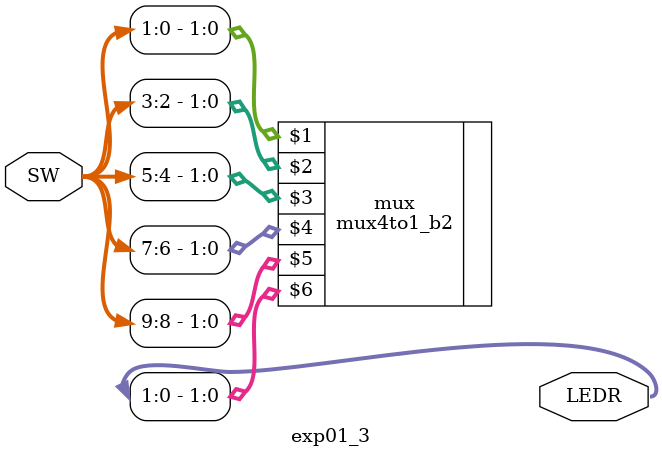
<source format=v>


module exp01_3(

	//////////// SW //////////
	input 		     [9:0]		SW,

	//////////// LED //////////
	output		     [9:0]		LEDR
);



//=======================================================
//  REG/WIRE declarations
//=======================================================

mux4to1_b2 mux(SW[1:0], SW[3:2], 
					SW[5:4], SW[7:6],
					SW[9:8], LEDR[1:0]);

//=======================================================
//  Structural coding
//=======================================================



endmodule

</source>
